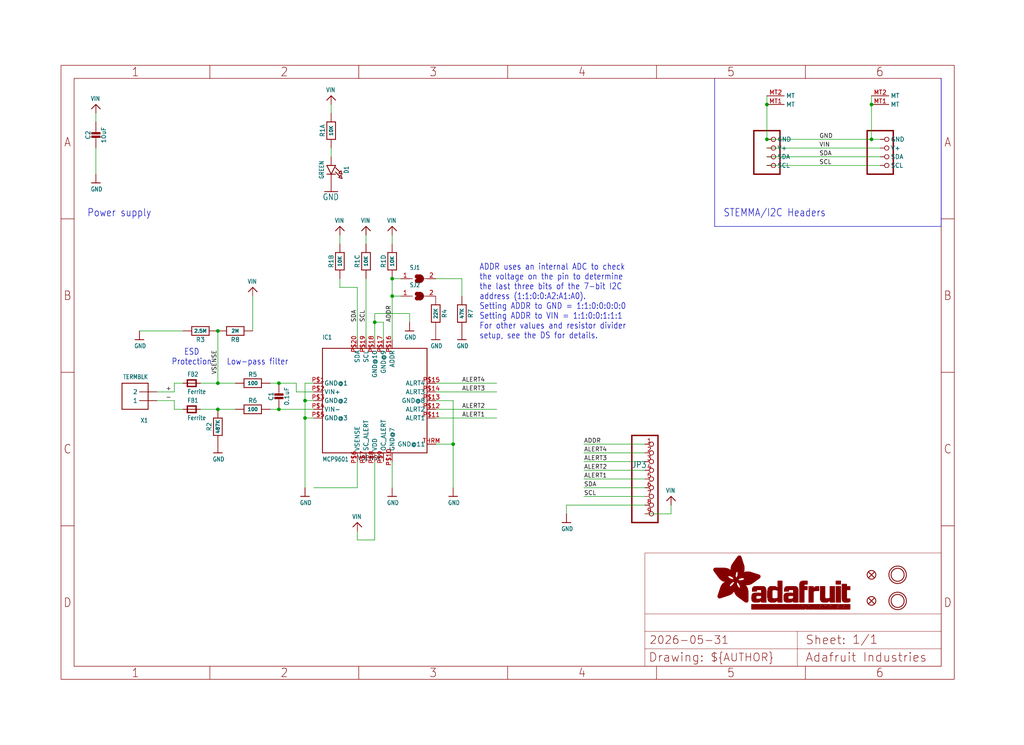
<source format=kicad_sch>
(kicad_sch (version 20230121) (generator eeschema)
  (paper "User" 298.45 217.322)
  (lib_symbols
    (symbol "working-eagle-import:CAP_CERAMIC0603_NO"
      (property "Reference" "C" (at -2.29 1.25 90))
      (symbol "CAP_CERAMIC0603_NO_1_0"
        (pin passive line (at 0 5.08 270) (length 2.54) (name "1") (number "1"))
        (pin passive line (at 0 -2.54 90) (length 2.54) (name "2") (number "2"))
      )
    )
    (symbol "working-eagle-import:CAP_CERAMIC0805-NOOUTLINE"
      (property "Reference" "C" (at -2.29 1.25 90))
      (symbol "CAP_CERAMIC0805-NOOUTLINE_1_0"
        (pin passive line (at 0 5.08 270) (length 2.54) (name "1") (number "1"))
        (pin passive line (at 0 -2.54 90) (length 2.54) (name "2") (number "2"))
      )
    )
    (symbol "working-eagle-import:FERRITE-0603NO"
      (property "Reference" "FB" (at -1.27 1.905 0))
      (symbol "FERRITE-0603NO_1_0"
        (pin passive line (at -2.54 0 0) (length 2.54) (name "P$1") (number "1"))
        (pin passive line (at 2.54 0 180) (length 2.54) (name "P$2") (number "2"))
      )
    )
    (symbol "working-eagle-import:FIDUCIAL_1MM")
    (symbol "working-eagle-import:FRAME_A4_ADAFRUIT"
      (symbol "FRAME_A4_ADAFRUIT_1_0"
        (text "${#}/${##}" (at 230.505 10.16 0) (effects (font (size 2.54 2.54)) (justify left bottom)))
        (text "${AUTHOR}" (at 189.23 5.08 0) (effects (font (size 2.286 2.286)) (justify left bottom)))
        (text "${CURRENT_DATE}" (at 171.45 10.16 0) (effects (font (size 2.286 2.286)) (justify left bottom)))
        (text "${PROJECTNAME}" (at 171.45 15.24 0) (effects (font (size 2.54 2.54)) (justify left bottom)))
        (text "1" (at 21.6958 1.905 0) (effects (font (size 2.54 2.286))))
        (text "1" (at 21.6958 177.165 0) (effects (font (size 2.54 2.286))))
        (text "2" (at 65.0875 1.905 0) (effects (font (size 2.54 2.286))))
        (text "2" (at 65.0875 177.165 0) (effects (font (size 2.54 2.286))))
        (text "3" (at 108.4792 1.905 0) (effects (font (size 2.54 2.286))))
        (text "3" (at 108.4792 177.165 0) (effects (font (size 2.54 2.286))))
        (text "4" (at 151.8708 1.905 0) (effects (font (size 2.54 2.286))))
        (text "4" (at 151.8708 177.165 0) (effects (font (size 2.54 2.286))))
        (text "5" (at 195.2625 1.905 0) (effects (font (size 2.54 2.286))))
        (text "5" (at 195.2625 177.165 0) (effects (font (size 2.54 2.286))))
        (text "6" (at 238.6542 1.905 0) (effects (font (size 2.54 2.286))))
        (text "6" (at 238.6542 177.165 0) (effects (font (size 2.54 2.286))))
        (text "A" (at 1.905 156.6863 0) (effects (font (size 2.54 2.286))))
        (text "A" (at 258.445 156.6863 0) (effects (font (size 2.54 2.286))))
        (text "Adafruit Industries" (at 216.916 4.953 0) (effects (font (size 2.54 2.54)) (justify left bottom)))
        (text "B" (at 1.905 111.9188 0) (effects (font (size 2.54 2.286))))
        (text "B" (at 258.445 111.9188 0) (effects (font (size 2.54 2.286))))
        (text "C" (at 1.905 67.1513 0) (effects (font (size 2.54 2.286))))
        (text "C" (at 258.445 67.1513 0) (effects (font (size 2.54 2.286))))
        (text "D" (at 1.905 22.3838 0) (effects (font (size 2.54 2.286))))
        (text "D" (at 258.445 22.3838 0) (effects (font (size 2.54 2.286))))
        (text "Drawing:" (at 171.196 4.953 0) (effects (font (size 2.54 2.54)) (justify left bottom)))
        (text "Sheet:" (at 216.916 10.033 0) (effects (font (size 2.54 2.54)) (justify left bottom)))
      )
    )
    (symbol "working-eagle-import:GND" (power)
      (property "Value" "GND" (at -1.524 -2.54 0))
      (symbol "GND_1_0"
        (pin power_in line (at 0 2.54 270) (length 2.54) (name "GND") (number "1"))
      )
    )
    (symbol "working-eagle-import:HEADER-1X970MIL"
      (property "Reference" "JP" (at -6.35 13.335 0))
      (symbol "HEADER-1X970MIL_1_0"
        (pin passive inverted (at -2.54 10.16 0) (length 2.54) (name "1") (number "1"))
        (pin passive inverted (at -2.54 7.62 0) (length 2.54) (name "2") (number "2"))
        (pin passive inverted (at -2.54 5.08 0) (length 2.54) (name "3") (number "3"))
        (pin passive inverted (at -2.54 2.54 0) (length 2.54) (name "4") (number "4"))
        (pin passive inverted (at -2.54 0 0) (length 2.54) (name "5") (number "5"))
        (pin passive inverted (at -2.54 -2.54 0) (length 2.54) (name "6") (number "6"))
        (pin passive inverted (at -2.54 -5.08 0) (length 2.54) (name "7") (number "7"))
        (pin passive inverted (at -2.54 -7.62 0) (length 2.54) (name "8") (number "8"))
        (pin passive inverted (at -2.54 -10.16 0) (length 2.54) (name "9") (number "9"))
      )
    )
    (symbol "working-eagle-import:LED0603_NOOUTLINE"
      (property "Reference" "D" (at -1.27 4.445 0))
      (symbol "LED0603_NOOUTLINE_1_0"
        (pin passive line (at -5.08 0 0) (length 2.54) (name "A") (number "A"))
        (pin passive line (at 2.54 0 180) (length 2.54) (name "C") (number "C"))
      )
    )
    (symbol "working-eagle-import:MCP9601"
      (property "Reference" "IC" (at -15.24 17.78 0))
      (symbol "MCP9601_1_0"
        (pin bidirectional line (at -17.78 5.08 0) (length 2.54) (name "GND@1") (number "P$1"))
        (pin bidirectional line (at 5.08 -17.78 90) (length 2.54) (name "GND@7") (number "P$10"))
        (pin bidirectional line (at 17.78 -5.08 180) (length 2.54) (name "ALRT1") (number "P$11"))
        (pin bidirectional line (at 17.78 -2.54 180) (length 2.54) (name "ALRT2") (number "P$12"))
        (pin bidirectional line (at 17.78 0 180) (length 2.54) (name "GND@8") (number "P$13"))
        (pin bidirectional line (at 17.78 2.54 180) (length 2.54) (name "ALRT3") (number "P$14"))
        (pin bidirectional line (at 17.78 5.08 180) (length 2.54) (name "ALRT4") (number "P$15"))
        (pin bidirectional line (at 5.08 17.78 270) (length 2.54) (name "ADDR") (number "P$16"))
        (pin bidirectional line (at 2.54 17.78 270) (length 2.54) (name "GND@9") (number "P$17"))
        (pin bidirectional line (at 0 17.78 270) (length 2.54) (name "GND@10") (number "P$18"))
        (pin bidirectional line (at -2.54 17.78 270) (length 2.54) (name "SCL") (number "P$19"))
        (pin bidirectional line (at -17.78 2.54 0) (length 2.54) (name "VIN+") (number "P$2"))
        (pin bidirectional line (at -5.08 17.78 270) (length 2.54) (name "SDA") (number "P$20"))
        (pin bidirectional line (at -17.78 0 0) (length 2.54) (name "GND@2") (number "P$3"))
        (pin bidirectional line (at -17.78 -2.54 0) (length 2.54) (name "VIN-") (number "P$4"))
        (pin bidirectional line (at -17.78 -5.08 0) (length 2.54) (name "GND@3") (number "P$5"))
        (pin bidirectional line (at -5.08 -17.78 90) (length 2.54) (name "VSENSE") (number "P$6"))
        (pin output line (at -2.54 -17.78 90) (length 2.54) (name "SC_ALERT") (number "P$7"))
        (pin bidirectional line (at 0 -17.78 90) (length 2.54) (name "VDD") (number "P$8"))
        (pin output line (at 2.54 -17.78 90) (length 2.54) (name "OC_ALERT") (number "P$9"))
        (pin bidirectional line (at 17.78 -12.7 180) (length 2.54) (name "GND@11") (number "THRM"))
      )
    )
    (symbol "working-eagle-import:MOUNTINGHOLE2.5")
    (symbol "working-eagle-import:RESISTOR_0603_NOOUT"
      (property "Reference" "R" (at 0 2.54 0))
      (symbol "RESISTOR_0603_NOOUT_1_0"
        (pin passive line (at -5.08 0 0) (length 2.54) (name "1") (number "1"))
        (pin passive line (at 5.08 0 180) (length 2.54) (name "2") (number "2"))
      )
    )
    (symbol "working-eagle-import:RESISTOR_4PACK"
      (property "Reference" "R" (at 0 2.54 0))
      (symbol "RESISTOR_4PACK_1_0"
        (pin passive line (at -5.08 0 0) (length 2.54) (name "1") (number "1"))
        (pin passive line (at 5.08 0 180) (length 2.54) (name "2") (number "8"))
      )
      (symbol "RESISTOR_4PACK_2_0"
        (pin passive line (at -5.08 0 0) (length 2.54) (name "1") (number "2"))
        (pin passive line (at 5.08 0 180) (length 2.54) (name "2") (number "7"))
      )
      (symbol "RESISTOR_4PACK_3_0"
        (pin passive line (at -5.08 0 0) (length 2.54) (name "1") (number "3"))
        (pin passive line (at 5.08 0 180) (length 2.54) (name "2") (number "6"))
      )
      (symbol "RESISTOR_4PACK_4_0"
        (pin passive line (at -5.08 0 0) (length 2.54) (name "1") (number "4"))
        (pin passive line (at 5.08 0 180) (length 2.54) (name "2") (number "5"))
      )
    )
    (symbol "working-eagle-import:SOLDERJUMPER"
      (property "Reference" "SJ" (at -2.54 2.54 0))
      (symbol "SOLDERJUMPER_1_0"
        (pin passive line (at -5.08 0 0) (length 2.54) (name "1") (number "1"))
        (pin passive line (at 5.08 0 180) (length 2.54) (name "2") (number "2"))
      )
    )
    (symbol "working-eagle-import:STEMMA_I2C_QT"
      (symbol "STEMMA_I2C_QT_1_0"
        (pin passive inverted (at 0 5.08 0) (length 2.54) (name "GND") (number "1"))
        (pin passive inverted (at 0 2.54 0) (length 2.54) (name "V+") (number "2"))
        (pin passive inverted (at 0 0 0) (length 2.54) (name "SDA") (number "3"))
        (pin passive inverted (at 0 -2.54 0) (length 2.54) (name "SCL") (number "4"))
      )
      (symbol "STEMMA_I2C_QT_2_0"
        (pin bidirectional line (at 0 0 0) (length 5.08) (name "MT") (number "MT1"))
      )
      (symbol "STEMMA_I2C_QT_3_0"
        (pin bidirectional line (at 0 0 0) (length 5.08) (name "MT") (number "MT2"))
      )
    )
    (symbol "working-eagle-import:TERMBLOCK_1X2_3.5MM"
      (property "Reference" "X" (at -2.54 7.62 0))
      (symbol "TERMBLOCK_1X2_3.5MM_1_0"
        (pin passive line (at -5.08 2.54 0) (length 5.08) (name "1") (number "1"))
        (pin passive line (at -5.08 0 0) (length 5.08) (name "2") (number "2"))
      )
    )
    (symbol "working-eagle-import:VIN" (power)
      (property "Value" "VIN" (at -1.524 1.016 0))
      (symbol "VIN_1_0"
        (pin power_in line (at 0 -2.54 90) (length 2.54) (name "VIN") (number "1"))
      )
    )
    (symbol "working-eagle-import:supply1_GND" (power)
      (property "Value" "supply1_GND" (at -2.54 -2.54 0))
      (symbol "supply1_GND_1_0"
        (pin power_in line (at 0 2.54 270) (length 2.54) (name "GND") (number "1"))
      )
    )
  )
  (junction (at 114.3 86.36))
  (junction (at 63.5 111.76))
  (junction (at 81.28 119.38))
  (junction (at 109.22 93.98))
  (junction (at 254 40.64))
  (junction (at 63.5 119.38))
  (junction (at 114.3 81.28))
  (junction (at 254 30.48))
  (junction (at 223.52 40.64))
  (junction (at 88.9 116.84))
  (junction (at 88.9 121.92))
  (junction (at 63.5 96.52))
  (junction (at 132.08 129.54))
  (junction (at 223.52 30.48))
  (junction (at 81.28 111.76))
  (wire (pts (xy 127 116.84) (xy 132.08 116.84)) (stroke (width 0.1524)))
  (wire (pts (xy 127 129.54) (xy 132.08 129.54)) (stroke (width 0.1524)))
  (wire (pts (xy 254 40.64) (xy 223.52 40.64)) (stroke (width 0.1524)))
  (wire (pts (xy 223.52 30.48) (xy 223.52 40.64)) (stroke (width 0.1524)))
  (wire (pts (xy 86.36 114.3) (xy 91.44 114.3)) (stroke (width 0.1524)))
  (wire (pts (xy 116.84 81.28) (xy 114.3 81.28)) (stroke (width 0.1524)))
  (wire (pts (xy 58.42 119.38) (xy 63.5 119.38)) (stroke (width 0.1524)))
  (wire (pts (xy 187.96 142.24) (xy 170.18 142.24)) (stroke (width 0.1524)))
  (wire (pts (xy 50.8 116.84) (xy 50.8 119.38)) (stroke (width 0.1524)))
  (wire (pts (xy 114.3 99.06) (xy 114.3 86.36)) (stroke (width 0.1524)))
  (wire (pts (xy 91.44 116.84) (xy 88.9 116.84)) (stroke (width 0.1524)))
  (wire (pts (xy 106.68 99.06) (xy 106.68 81.28)) (stroke (width 0.1524)))
  (wire (pts (xy 165.1 147.32) (xy 165.1 149.86)) (stroke (width 0.1524)))
  (wire (pts (xy 45.72 114.3) (xy 50.8 114.3)) (stroke (width 0.1524)))
  (wire (pts (xy 50.8 111.76) (xy 53.34 111.76)) (stroke (width 0.1524)))
  (wire (pts (xy 27.94 50.8) (xy 27.94 43.18)) (stroke (width 0.1524)))
  (wire (pts (xy 96.52 45.72) (xy 96.52 43.18)) (stroke (width 0.1524)))
  (wire (pts (xy 27.94 33.02) (xy 27.94 35.56)) (stroke (width 0.1524)))
  (wire (pts (xy 45.72 116.84) (xy 50.8 116.84)) (stroke (width 0.1524)))
  (wire (pts (xy 109.22 99.06) (xy 109.22 93.98)) (stroke (width 0.1524)))
  (wire (pts (xy 223.52 48.26) (xy 256.54 48.26)) (stroke (width 0.1524)))
  (wire (pts (xy 127 119.38) (xy 144.78 119.38)) (stroke (width 0.1524)))
  (wire (pts (xy 119.38 91.44) (xy 119.38 93.98)) (stroke (width 0.1524)))
  (wire (pts (xy 254 30.48) (xy 254 40.64)) (stroke (width 0.1524)))
  (wire (pts (xy 96.52 30.48) (xy 96.52 33.02)) (stroke (width 0.1524)))
  (wire (pts (xy 254 27.94) (xy 254 30.48)) (stroke (width 0.1524)))
  (wire (pts (xy 58.42 111.76) (xy 63.5 111.76)) (stroke (width 0.1524)))
  (wire (pts (xy 78.74 119.38) (xy 81.28 119.38)) (stroke (width 0.1524)))
  (wire (pts (xy 104.14 99.06) (xy 104.14 83.82)) (stroke (width 0.1524)))
  (wire (pts (xy 187.96 144.78) (xy 170.18 144.78)) (stroke (width 0.1524)))
  (wire (pts (xy 170.18 132.08) (xy 187.96 132.08)) (stroke (width 0.1524)))
  (wire (pts (xy 91.44 119.38) (xy 81.28 119.38)) (stroke (width 0.1524)))
  (wire (pts (xy 187.96 147.32) (xy 165.1 147.32)) (stroke (width 0.1524)))
  (wire (pts (xy 73.66 86.36) (xy 73.66 96.52)) (stroke (width 0.1524)))
  (wire (pts (xy 223.52 27.94) (xy 223.52 30.48)) (stroke (width 0.1524)))
  (wire (pts (xy 170.18 137.16) (xy 187.96 137.16)) (stroke (width 0.1524)))
  (wire (pts (xy 114.3 86.36) (xy 114.3 81.28)) (stroke (width 0.1524)))
  (wire (pts (xy 109.22 91.44) (xy 119.38 91.44)) (stroke (width 0.1524)))
  (wire (pts (xy 170.18 134.62) (xy 187.96 134.62)) (stroke (width 0.1524)))
  (wire (pts (xy 106.68 71.12) (xy 106.68 68.58)) (stroke (width 0.1524)))
  (wire (pts (xy 88.9 116.84) (xy 88.9 121.92)) (stroke (width 0.1524)))
  (wire (pts (xy 88.9 121.92) (xy 88.9 142.24)) (stroke (width 0.1524)))
  (wire (pts (xy 256.54 40.64) (xy 254 40.64)) (stroke (width 0.1524)))
  (wire (pts (xy 111.76 93.98) (xy 109.22 93.98)) (stroke (width 0.1524)))
  (wire (pts (xy 63.5 119.38) (xy 68.58 119.38)) (stroke (width 0.1524)))
  (polyline (pts (xy 208.28 22.86) (xy 208.28 66.04)) (stroke (width 0.1524) (type solid)))
  (wire (pts (xy 99.06 71.12) (xy 99.06 68.58)) (stroke (width 0.1524)))
  (wire (pts (xy 195.58 149.86) (xy 195.58 147.32)) (stroke (width 0.1524)))
  (wire (pts (xy 170.18 139.7) (xy 187.96 139.7)) (stroke (width 0.1524)))
  (wire (pts (xy 104.14 134.62) (xy 104.14 142.24)) (stroke (width 0.1524)))
  (wire (pts (xy 50.8 119.38) (xy 53.34 119.38)) (stroke (width 0.1524)))
  (wire (pts (xy 99.06 83.82) (xy 99.06 81.28)) (stroke (width 0.1524)))
  (wire (pts (xy 114.3 71.12) (xy 114.3 68.58)) (stroke (width 0.1524)))
  (wire (pts (xy 53.34 96.52) (xy 40.64 96.52)) (stroke (width 0.1524)))
  (wire (pts (xy 187.96 149.86) (xy 195.58 149.86)) (stroke (width 0.1524)))
  (wire (pts (xy 104.14 157.48) (xy 104.14 154.94)) (stroke (width 0.1524)))
  (wire (pts (xy 187.96 129.54) (xy 170.18 129.54)) (stroke (width 0.1524)))
  (wire (pts (xy 63.5 111.76) (xy 63.5 96.52)) (stroke (width 0.1524)))
  (wire (pts (xy 114.3 134.62) (xy 114.3 142.24)) (stroke (width 0.1524)))
  (wire (pts (xy 91.44 121.92) (xy 88.9 121.92)) (stroke (width 0.1524)))
  (wire (pts (xy 81.28 111.76) (xy 86.36 111.76)) (stroke (width 0.1524)))
  (polyline (pts (xy 208.28 66.04) (xy 274.32 66.04)) (stroke (width 0.1524) (type solid)))
  (wire (pts (xy 91.44 111.76) (xy 88.9 111.76)) (stroke (width 0.1524)))
  (wire (pts (xy 50.8 114.3) (xy 50.8 111.76)) (stroke (width 0.1524)))
  (wire (pts (xy 127 81.28) (xy 134.62 81.28)) (stroke (width 0.1524)))
  (wire (pts (xy 104.14 83.82) (xy 99.06 83.82)) (stroke (width 0.1524)))
  (wire (pts (xy 88.9 111.76) (xy 88.9 116.84)) (stroke (width 0.1524)))
  (wire (pts (xy 132.08 129.54) (xy 132.08 142.24)) (stroke (width 0.1524)))
  (wire (pts (xy 127 114.3) (xy 144.78 114.3)) (stroke (width 0.1524)))
  (wire (pts (xy 134.62 81.28) (xy 134.62 86.36)) (stroke (width 0.1524)))
  (wire (pts (xy 111.76 99.06) (xy 111.76 93.98)) (stroke (width 0.1524)))
  (wire (pts (xy 114.3 86.36) (xy 116.84 86.36)) (stroke (width 0.1524)))
  (wire (pts (xy 109.22 157.48) (xy 104.14 157.48)) (stroke (width 0.1524)))
  (wire (pts (xy 78.74 111.76) (xy 81.28 111.76)) (stroke (width 0.1524)))
  (wire (pts (xy 109.22 93.98) (xy 109.22 91.44)) (stroke (width 0.1524)))
  (wire (pts (xy 104.14 142.24) (xy 91.44 142.24)) (stroke (width 0.1524)))
  (wire (pts (xy 256.54 45.72) (xy 223.52 45.72)) (stroke (width 0.1524)))
  (polyline (pts (xy 274.32 22.86) (xy 274.32 66.04)) (stroke (width 0.1524) (type solid)))
  (wire (pts (xy 109.22 134.62) (xy 109.22 157.48)) (stroke (width 0.1524)))
  (wire (pts (xy 223.52 43.18) (xy 256.54 43.18)) (stroke (width 0.1524)))
  (wire (pts (xy 63.5 111.76) (xy 68.58 111.76)) (stroke (width 0.1524)))
  (wire (pts (xy 127 111.76) (xy 144.78 111.76)) (stroke (width 0.1524)))
  (wire (pts (xy 127 121.92) (xy 144.78 121.92)) (stroke (width 0.1524)))
  (wire (pts (xy 86.36 111.76) (xy 86.36 114.3)) (stroke (width 0.1524)))
  (wire (pts (xy 132.08 116.84) (xy 132.08 129.54)) (stroke (width 0.1524)))
  (text "ESD\nProtection" (at 55.88 106.68 0) (effects (font (size 1.778 1.5113)) (justify bottom)))
  (text "Low-pass filter" (at 66.04 106.68 0) (effects (font (size 1.778 1.5113)) (justify left bottom)))
  (text "ADDR uses an internal ADC to check\nthe voltage on the pin to determine\nthe last three bits of the 7-bit I2C\naddress (1:1:0:0:A2:A1:A0).\nSetting ADDR to GND = 1:1:0:0:0:0:0\nSetting ADDR to VIN = 1:1:0:0:1:1:1\nFor other values and resistor divider\nsetup, see the DS for details." (at 139.7 99.06 0) (effects (font (size 1.778 1.5113)) (justify left bottom)))
  (text "STEMMA/I2C Headers" (at 210.82 63.5 0) (effects (font (size 2.1844 1.8567)) (justify left bottom)))
  (text "Power supply" (at 25.4 63.5 0) (effects (font (size 2.1844 1.8567)) (justify left bottom)))
  (label "ALERT4" (at 134.62 111.76 0) (effects (font (size 1.2446 1.2446))))
  (label "SDA" (at 238.76 45.72 0) (effects (font (size 1.2446 1.2446))))
  (label "VSENSE" (at 63.5 109.22 90) (effects (font (size 1.2446 1.2446))))
  (label "SCL" (at 238.76 48.26 0) (effects (font (size 1.2446 1.2446))))
  (label "ALERT1" (at 170.18 139.7 0) (effects (font (size 1.2446 1.2446))))
  (label "ADDR" (at 170.18 129.54 0) (effects (font (size 1.2446 1.2446))))
  (label "VSENSE" (at 104.14 134.62 0) (effects (font (size 1.2446 1.2446))))
  (label "ALERT4" (at 170.18 132.08 0) (effects (font (size 1.2446 1.2446))))
  (label "SDA" (at 170.18 142.24 0) (effects (font (size 1.2446 1.2446))))
  (label "ADDR" (at 114.3 93.98 90) (effects (font (size 1.2446 1.2446))))
  (label "ALERT2" (at 170.18 137.16 0) (effects (font (size 1.2446 1.2446))))
  (label "-" (at 48.26 116.84 0) (effects (font (size 1.2446 1.2446))))
  (label "SCL" (at 106.68 93.98 90) (effects (font (size 1.2446 1.2446))))
  (label "ALERT3" (at 170.18 134.62 0) (effects (font (size 1.2446 1.2446))))
  (label "GND" (at 238.76 40.64 0) (effects (font (size 1.2446 1.2446))))
  (label "+" (at 48.26 114.3 0) (effects (font (size 1.2446 1.2446))))
  (label "ALERT1" (at 134.62 121.92 0) (effects (font (size 1.2446 1.2446))))
  (label "SDA" (at 104.14 93.98 90) (effects (font (size 1.2446 1.2446))))
  (label "ALERT3" (at 134.62 114.3 0) (effects (font (size 1.2446 1.2446))))
  (label "VIN" (at 238.76 43.18 0) (effects (font (size 1.2446 1.2446))))
  (label "ALERT2" (at 134.62 119.38 0) (effects (font (size 1.2446 1.2446))))
  (label "SCL" (at 170.18 144.78 0) (effects (font (size 1.2446 1.2446))))
  (symbol (lib_id "working-eagle-import:GND") (at 127 99.06 0) (unit 1)
    (property "Reference" "#U$12" (effects hide))
    (property "Value" "GND" (at 125.476 101.6 0) (effects (font (size 1.27 1.0795)) (justify left bottom)))
  )
  (symbol (lib_id "working-eagle-import:GND") (at 40.64 99.06 0) (unit 1)
    (property "Reference" "#U$23" (effects hide))
    (property "Value" "GND" (at 39.116 101.6 0) (effects (font (size 1.27 1.0795)) (justify left bottom)))
  )
  (symbol (lib_id "working-eagle-import:RESISTOR_0603_NOOUT") (at 73.66 119.38 0) (unit 1)
    (property "Reference" "R6" (at 73.66 116.84 0))
    (property "Value" "100" (at 73.66 119.38 0) (effects (font (size 1.016 1.016) bold)))
    (property "Footprint" "working:0603-NO" (effects hide))
  )
  (symbol (lib_id "working-eagle-import:MOUNTINGHOLE2.5") (at 261.62 167.64 0) (unit 1)
    (property "Reference" "U$34" (effects hide))
    (property "Value" "MOUNTINGHOLE2.5" (effects hide))
    (property "Footprint" "working:MOUNTINGHOLE_2.5_PLATED" (effects hide))
  )
  (symbol (lib_id "working-eagle-import:HEADER-1X970MIL") (at 190.5 139.7 0) (unit 1)
    (property "Reference" "JP3" (at 184.15 136.525 0) (effects (font (size 1.778 1.5113)) (justify left bottom)))
    (property "Value" "HEADER-1X970MIL" (effects hide))
    (property "Footprint" "working:1X09_ROUND_70" (effects hide))
  )
  (symbol (lib_id "working-eagle-import:CAP_CERAMIC0805-NOOUTLINE") (at 27.94 40.64 0) (unit 1)
    (property "Reference" "C2" (at 25.65 39.39 90))
    (property "Value" "10uF" (at 30.24 39.39 90))
    (property "Footprint" "working:0805-NO" (effects hide))
  )
  (symbol (lib_id "working-eagle-import:supply1_GND") (at 96.52 55.88 0) (unit 1)
    (property "Reference" "#GND6" (effects hide))
    (property "Value" "GND" (at 93.98 58.42 0) (effects (font (size 1.778 1.5113)) (justify left bottom)))
  )
  (symbol (lib_id "working-eagle-import:GND") (at 132.08 144.78 0) (unit 1)
    (property "Reference" "#U$8" (effects hide))
    (property "Value" "GND" (at 130.556 147.32 0) (effects (font (size 1.27 1.0795)) (justify left bottom)))
  )
  (symbol (lib_id "working-eagle-import:VIN") (at 27.94 30.48 0) (unit 1)
    (property "Reference" "#U$9" (effects hide))
    (property "Value" "VIN" (at 26.416 29.464 0) (effects (font (size 1.27 1.0795)) (justify left bottom)))
  )
  (symbol (lib_id "working-eagle-import:GND") (at 27.94 53.34 0) (unit 1)
    (property "Reference" "#U$22" (effects hide))
    (property "Value" "GND" (at 26.416 55.88 0) (effects (font (size 1.27 1.0795)) (justify left bottom)))
  )
  (symbol (lib_id "working-eagle-import:FIDUCIAL_1MM") (at 254 175.26 0) (unit 1)
    (property "Reference" "FID3" (effects hide))
    (property "Value" "FIDUCIAL_1MM" (effects hide))
    (property "Footprint" "working:FIDUCIAL_1MM" (effects hide))
  )
  (symbol (lib_id "working-eagle-import:STEMMA_I2C_QT") (at 254 30.48 0) (unit 2)
    (property "Reference" "CONN4" (effects hide))
    (property "Value" "STEMMA_I2C_QT" (effects hide))
    (property "Footprint" "working:JST_SH4" (effects hide))
  )
  (symbol (lib_id "working-eagle-import:RESISTOR_0603_NOOUT") (at 58.42 96.52 180) (unit 1)
    (property "Reference" "R3" (at 58.42 99.06 0))
    (property "Value" "2.5M" (at 58.42 96.52 0) (effects (font (size 1.016 1.016) bold)))
    (property "Footprint" "working:0603-NO" (effects hide))
  )
  (symbol (lib_id "working-eagle-import:STEMMA_I2C_QT") (at 223.52 27.94 0) (unit 3)
    (property "Reference" "CONN3" (effects hide))
    (property "Value" "STEMMA_I2C_QT" (effects hide))
    (property "Footprint" "working:JST_SH4" (effects hide))
  )
  (symbol (lib_id "working-eagle-import:MOUNTINGHOLE2.5") (at 261.62 175.26 0) (unit 1)
    (property "Reference" "U$33" (effects hide))
    (property "Value" "MOUNTINGHOLE2.5" (effects hide))
    (property "Footprint" "working:MOUNTINGHOLE_2.5_PLATED" (effects hide))
  )
  (symbol (lib_id "working-eagle-import:STEMMA_I2C_QT") (at 254 27.94 0) (unit 3)
    (property "Reference" "CONN4" (effects hide))
    (property "Value" "STEMMA_I2C_QT" (effects hide))
    (property "Footprint" "working:JST_SH4" (effects hide))
  )
  (symbol (lib_id "working-eagle-import:FERRITE-0603NO") (at 55.88 119.38 0) (unit 1)
    (property "Reference" "FB1" (at 54.61 117.475 0) (effects (font (size 1.27 1.0795)) (justify left bottom)))
    (property "Value" "Ferrite" (at 54.61 122.555 0) (effects (font (size 1.27 1.0795)) (justify left bottom)))
    (property "Footprint" "working:0603-NO" (effects hide))
  )
  (symbol (lib_id "working-eagle-import:SOLDERJUMPER") (at 121.92 81.28 0) (unit 1)
    (property "Reference" "SJ1" (at 119.38 78.74 0) (effects (font (size 1.27 1.0795)) (justify left bottom)))
    (property "Value" "SOLDERJUMPER" (effects hide))
    (property "Footprint" "working:SOLDERJUMPER_ARROW_NOPASTE" (effects hide))
  )
  (symbol (lib_id "working-eagle-import:SOLDERJUMPER") (at 121.92 86.36 0) (unit 1)
    (property "Reference" "SJ2" (at 119.38 83.82 0) (effects (font (size 1.27 1.0795)) (justify left bottom)))
    (property "Value" "SOLDERJUMPER" (effects hide))
    (property "Footprint" "working:SOLDERJUMPER_ARROW_NOPASTE" (effects hide))
  )
  (symbol (lib_id "working-eagle-import:CAP_CERAMIC0603_NO") (at 81.28 116.84 0) (unit 1)
    (property "Reference" "C1" (at 78.99 115.59 90))
    (property "Value" "0.1uF" (at 83.58 115.59 90))
    (property "Footprint" "working:0603-NO" (effects hide))
  )
  (symbol (lib_id "working-eagle-import:VIN") (at 104.14 152.4 0) (unit 1)
    (property "Reference" "#U$4" (effects hide))
    (property "Value" "VIN" (at 102.616 151.384 0) (effects (font (size 1.27 1.0795)) (justify left bottom)))
  )
  (symbol (lib_id "working-eagle-import:RESISTOR_4PACK") (at 114.3 76.2 90) (unit 4)
    (property "Reference" "R1" (at 111.76 76.2 0))
    (property "Value" "10K" (at 114.3 76.2 0) (effects (font (size 1.016 1.016) bold)))
    (property "Footprint" "working:RESPACK_4X0603" (effects hide))
  )
  (symbol (lib_id "working-eagle-import:GND") (at 119.38 96.52 0) (unit 1)
    (property "Reference" "#U$15" (effects hide))
    (property "Value" "GND" (at 117.856 99.06 0) (effects (font (size 1.27 1.0795)) (justify left bottom)))
  )
  (symbol (lib_id "working-eagle-import:RESISTOR_0603_NOOUT") (at 134.62 91.44 270) (unit 1)
    (property "Reference" "R7" (at 137.16 91.44 0))
    (property "Value" "47K" (at 134.62 91.44 0) (effects (font (size 1.016 1.016) bold)))
    (property "Footprint" "working:0603-NO" (effects hide))
  )
  (symbol (lib_id "working-eagle-import:VIN") (at 73.66 83.82 0) (unit 1)
    (property "Reference" "#U$21" (effects hide))
    (property "Value" "VIN" (at 72.136 82.804 0) (effects (font (size 1.27 1.0795)) (justify left bottom)))
  )
  (symbol (lib_id "working-eagle-import:STEMMA_I2C_QT") (at 223.52 30.48 0) (unit 2)
    (property "Reference" "CONN3" (effects hide))
    (property "Value" "STEMMA_I2C_QT" (effects hide))
    (property "Footprint" "working:JST_SH4" (effects hide))
  )
  (symbol (lib_id "working-eagle-import:RESISTOR_0603_NOOUT") (at 73.66 111.76 0) (unit 1)
    (property "Reference" "R5" (at 73.66 109.22 0))
    (property "Value" "100" (at 73.66 111.76 0) (effects (font (size 1.016 1.016) bold)))
    (property "Footprint" "working:0603-NO" (effects hide))
  )
  (symbol (lib_id "working-eagle-import:GND") (at 88.9 144.78 0) (unit 1)
    (property "Reference" "#U$5" (effects hide))
    (property "Value" "GND" (at 87.376 147.32 0) (effects (font (size 1.27 1.0795)) (justify left bottom)))
  )
  (symbol (lib_id "working-eagle-import:RESISTOR_4PACK") (at 106.68 76.2 90) (unit 3)
    (property "Reference" "R1" (at 104.14 76.2 0))
    (property "Value" "10K" (at 106.68 76.2 0) (effects (font (size 1.016 1.016) bold)))
    (property "Footprint" "working:RESPACK_4X0603" (effects hide))
  )
  (symbol (lib_id "working-eagle-import:RESISTOR_0603_NOOUT") (at 63.5 124.46 90) (unit 1)
    (property "Reference" "R2" (at 60.96 124.46 0))
    (property "Value" "487K" (at 63.5 124.46 0) (effects (font (size 1.016 1.016) bold)))
    (property "Footprint" "working:0603-NO" (effects hide))
  )
  (symbol (lib_id "working-eagle-import:VIN") (at 114.3 66.04 0) (unit 1)
    (property "Reference" "#U$11" (effects hide))
    (property "Value" "VIN" (at 112.776 65.024 0) (effects (font (size 1.27 1.0795)) (justify left bottom)))
  )
  (symbol (lib_id "working-eagle-import:FIDUCIAL_1MM") (at 254 167.64 0) (unit 1)
    (property "Reference" "FID4" (effects hide))
    (property "Value" "FIDUCIAL_1MM" (effects hide))
    (property "Footprint" "working:FIDUCIAL_1MM" (effects hide))
  )
  (symbol (lib_id "working-eagle-import:GND") (at 114.3 144.78 0) (unit 1)
    (property "Reference" "#U$7" (effects hide))
    (property "Value" "GND" (at 112.776 147.32 0) (effects (font (size 1.27 1.0795)) (justify left bottom)))
  )
  (symbol (lib_id "working-eagle-import:FERRITE-0603NO") (at 55.88 111.76 0) (unit 1)
    (property "Reference" "FB2" (at 54.61 109.855 0) (effects (font (size 1.27 1.0795)) (justify left bottom)))
    (property "Value" "Ferrite" (at 54.61 114.935 0) (effects (font (size 1.27 1.0795)) (justify left bottom)))
    (property "Footprint" "working:0603-NO" (effects hide))
  )
  (symbol (lib_id "working-eagle-import:STEMMA_I2C_QT") (at 223.52 45.72 0) (unit 1)
    (property "Reference" "CONN3" (effects hide))
    (property "Value" "STEMMA_I2C_QT" (effects hide))
    (property "Footprint" "working:JST_SH4" (effects hide))
  )
  (symbol (lib_id "working-eagle-import:FRAME_A4_ADAFRUIT") (at 17.78 198.12 0) (unit 1)
    (property "Reference" "#U$35" (effects hide))
    (property "Value" "FRAME_A4_ADAFRUIT" (effects hide))
  )
  (symbol (lib_id "working-eagle-import:VIN") (at 99.06 66.04 0) (unit 1)
    (property "Reference" "#U$1" (effects hide))
    (property "Value" "VIN" (at 97.536 65.024 0) (effects (font (size 1.27 1.0795)) (justify left bottom)))
  )
  (symbol (lib_id "working-eagle-import:GND") (at 63.5 132.08 0) (unit 1)
    (property "Reference" "#U$19" (effects hide))
    (property "Value" "GND" (at 61.976 134.62 0) (effects (font (size 1.27 1.0795)) (justify left bottom)))
  )
  (symbol (lib_id "working-eagle-import:VIN") (at 96.52 27.94 0) (unit 1)
    (property "Reference" "#U$3" (effects hide))
    (property "Value" "VIN" (at 94.996 26.924 0) (effects (font (size 1.27 1.0795)) (justify left bottom)))
  )
  (symbol (lib_id "working-eagle-import:RESISTOR_4PACK") (at 96.52 38.1 90) (unit 1)
    (property "Reference" "R1" (at 93.98 38.1 0))
    (property "Value" "10K" (at 96.52 38.1 0) (effects (font (size 1.016 1.016) bold)))
    (property "Footprint" "working:RESPACK_4X0603" (effects hide))
  )
  (symbol (lib_id "working-eagle-import:RESISTOR_4PACK") (at 99.06 76.2 90) (unit 2)
    (property "Reference" "R1" (at 96.52 76.2 0))
    (property "Value" "10K" (at 99.06 76.2 0) (effects (font (size 1.016 1.016) bold)))
    (property "Footprint" "working:RESPACK_4X0603" (effects hide))
  )
  (symbol (lib_id "working-eagle-import:TERMBLOCK_1X2_3.5MM") (at 40.64 114.3 180) (unit 1)
    (property "Reference" "X1" (at 43.18 121.92 0) (effects (font (size 1.27 1.0795)) (justify left bottom)))
    (property "Value" "TERMBLK" (at 43.18 109.22 0) (effects (font (size 1.27 1.0795)) (justify left bottom)))
    (property "Footprint" "working:TERMBLOCK_1X2-3.5MM" (effects hide))
  )
  (symbol (lib_id "working-eagle-import:LED0603_NOOUTLINE") (at 96.52 50.8 270) (unit 1)
    (property "Reference" "D1" (at 100.965 49.53 0) (effects (font (size 1.27 1.0795))))
    (property "Value" "GREEN" (at 93.726 49.53 0) (effects (font (size 1.27 1.0795))))
    (property "Footprint" "working:CHIPLED_0603_NOOUTLINE" (effects hide))
  )
  (symbol (lib_id "working-eagle-import:VIN") (at 195.58 144.78 0) (unit 1)
    (property "Reference" "#U$2" (effects hide))
    (property "Value" "VIN" (at 194.056 143.764 0) (effects (font (size 1.27 1.0795)) (justify left bottom)))
  )
  (symbol (lib_id "working-eagle-import:GND") (at 165.1 152.4 0) (unit 1)
    (property "Reference" "#U$14" (effects hide))
    (property "Value" "GND" (at 163.576 154.94 0) (effects (font (size 1.27 1.0795)) (justify left bottom)))
  )
  (symbol (lib_id "working-eagle-import:VIN") (at 106.68 66.04 0) (unit 1)
    (property "Reference" "#U$10" (effects hide))
    (property "Value" "VIN" (at 105.156 65.024 0) (effects (font (size 1.27 1.0795)) (justify left bottom)))
  )
  (symbol (lib_id "working-eagle-import:MCP9601") (at 109.22 116.84 0) (unit 1)
    (property "Reference" "IC1" (at 93.98 99.06 0) (effects (font (size 1.27 1.0795)) (justify left bottom)))
    (property "Value" "MCP9601" (at 93.98 134.62 0) (effects (font (size 1.27 1.0795)) (justify left bottom)))
    (property "Footprint" "working:VQFN20_5MM" (effects hide))
  )
  (symbol (lib_id "working-eagle-import:GND") (at 134.62 99.06 0) (unit 1)
    (property "Reference" "#U$13" (effects hide))
    (property "Value" "GND" (at 133.096 101.6 0) (effects (font (size 1.27 1.0795)) (justify left bottom)))
  )
  (symbol (lib_id "working-eagle-import:STEMMA_I2C_QT") (at 256.54 45.72 0) (unit 1)
    (property "Reference" "CONN4" (effects hide))
    (property "Value" "STEMMA_I2C_QT" (effects hide))
    (property "Footprint" "working:JST_SH4" (effects hide))
  )
  (symbol (lib_id "working-eagle-import:RESISTOR_0603_NOOUT") (at 68.58 96.52 180) (unit 1)
    (property "Reference" "R8" (at 68.58 99.06 0))
    (property "Value" "2M" (at 68.58 96.52 0) (effects (font (size 1.016 1.016) bold)))
    (property "Footprint" "working:0603-NO" (effects hide))
  )
  (symbol (lib_id "working-eagle-import:RESISTOR_0603_NOOUT") (at 127 91.44 270) (unit 1)
    (property "Reference" "R4" (at 129.54 91.44 0))
    (property "Value" "22K" (at 127 91.44 0) (effects (font (size 1.016 1.016) bold)))
    (property "Footprint" "working:0603-NO" (effects hide))
  )
)
</source>
